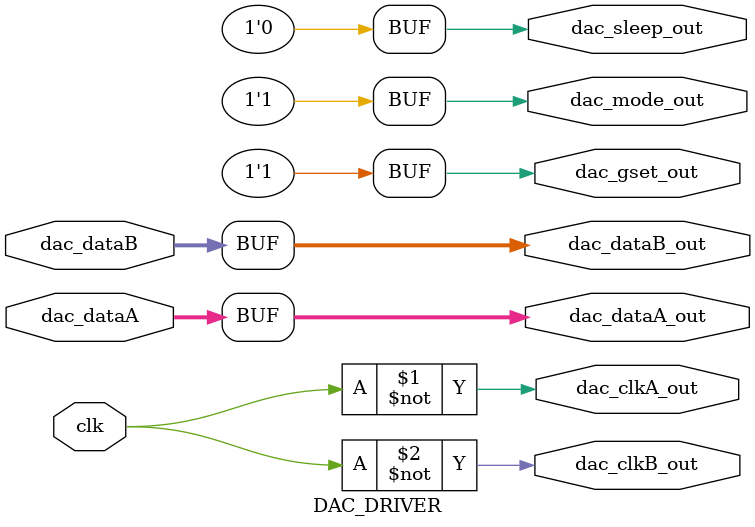
<source format=v>
`timescale 1ns / 1ps


module DAC_DRIVER(
        input clk,
        input [13:0] dac_dataA,
        input [13:0] dac_dataB,
        output [13:0] dac_dataA_out,
        output [13:0] dac_dataB_out,
        output dac_clkA_out,
        output dac_clkB_out,
        output dac_gset_out,
        output dac_mode_out,
        output dac_sleep_out
    );
    assign dac_dataA_out=dac_dataA;
    assign dac_dataB_out=dac_dataB;
    assign dac_clkA_out=~clk;
    assign dac_clkB_out=~clk;
    assign dac_gset_out=1'b1;
    assign dac_mode_out=1'b1;
    assign dac_sleep_out=1'b0;
    
endmodule

</source>
